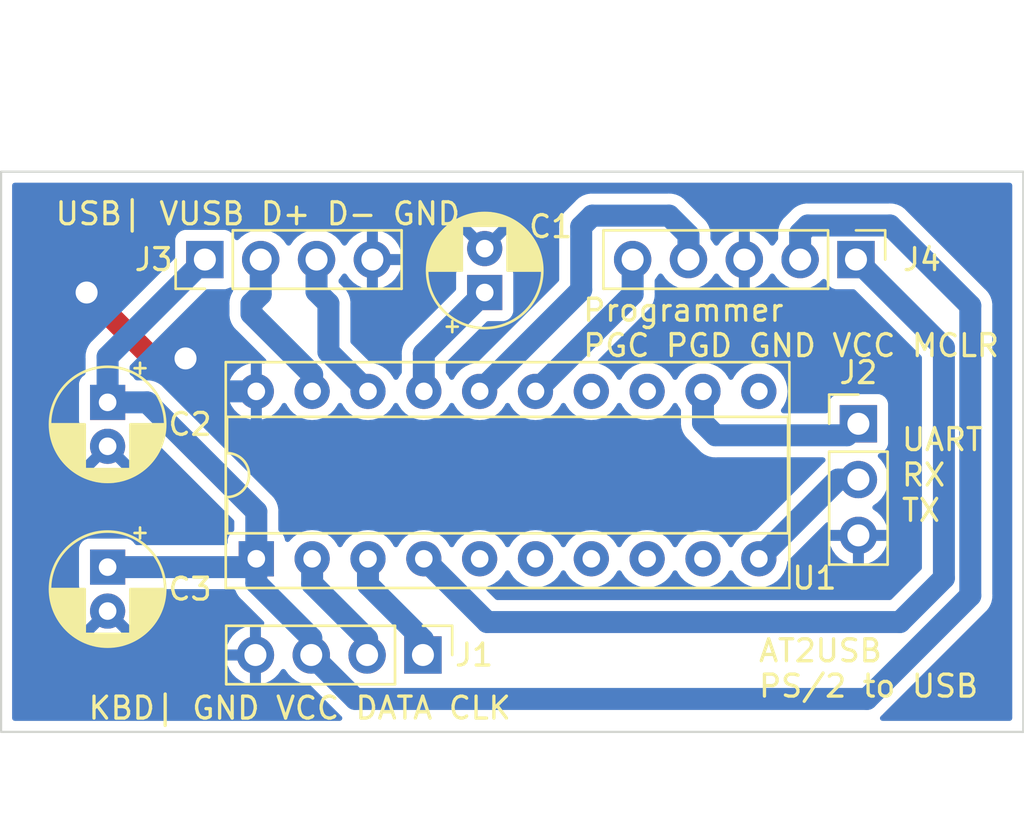
<source format=kicad_pcb>
(kicad_pcb (version 20221018) (generator pcbnew)
  (layers (0 "F.Cu" signal) (31 "B.Cu" signal) (34 "B.Paste" user) (35 "F.Paste" user) (36 "B.SilkS" user "B.Silkscreen") (37 "F.SilkS" user "F.Silkscreen") (38 "B.Mask" user) (39 "F.Mask" user) (44 "Edge.Cuts" user))
  (net 0 "")
  (net 1 "Net-(U1-Vusb3v3)")
  (net 2 "GND")
  (net 3 "+5V")
  (net 4 "/KBD_CLK")
  (net 5 "/KBD_DATA")
  (net 6 "/UART_RX")
  (net 7 "/UART_TX")
  (net 8 "/{slash}MCLR")
  (net 9 "/PGD")
  (net 10 "/PGC")
  (net 11 "/D+")
  (net 12 "/D-")
  (footprint "Connector_PinHeader_2.54mm:PinHeader_1x04_P2.54mm_Vertical" (layer "F.Cu") (at 122.69 63 -90)
    (fp_text reference "J1" (at 0 -2.33 -180) (layer "F.SilkS"))
    (fp_text value "AT (PS/2) keyboard")
    (fp_line (start -1.33 -1.33) (end 0 -1.33) (stroke (width 0.12)) (layer "F.SilkS"))
    (fp_line (start -1.33 0) (end -1.33 -1.33) (stroke (width 0.12)) (layer "F.SilkS"))
    (fp_line (start -1.33 1.27) (end -1.33 8.95) (stroke (width 0.12)) (layer "F.SilkS"))
    (fp_line (start -1.33 1.27) (end 1.33 1.27) (stroke (width 0.12)) (layer "F.SilkS"))
    (fp_line (start -1.33 8.95) (end 1.33 8.95) (stroke (width 0.12)) (layer "F.SilkS"))
    (fp_line (start 1.33 1.27) (end 1.33 8.95) (stroke (width 0.12)) (layer "F.SilkS"))
    (pad "1" thru_hole rect (at 0 0 270) (size 1.7 1.7) (drill 1) (layers "*.Cu" "*.Mask") (net 4 "/KBD_CLK"))
    (pad "2" thru_hole oval (at 0 2.54 270) (size 1.7 1.7) (drill 1) (layers "*.Cu" "*.Mask") (net 5 "/KBD_DATA"))
    (pad "3" thru_hole oval (at 0 5.08 270) (size 1.7 1.7) (drill 1) (layers "*.Cu" "*.Mask") (net 3 "+5V"))
    (pad "4" thru_hole oval (at 0 7.62 270) (size 1.7 1.7) (drill 1) (layers "*.Cu" "*.Mask") (net 2 "GND"))
  )
  (footprint "Capacitor_THT:CP_Radial_D5.0mm_P2.00mm" (layer "F.Cu") (at 108.345112 59 -90)
    (fp_text reference "C3" (at 1 -3.75 -180) (layer "F.SilkS"))
    (fp_text value "0.1uF 50V")
    (fp_line (start -1.804775 -1.475) (end -1.304775 -1.475) (stroke (width 0.12)) (layer "F.SilkS"))
    (fp_line (start -1.554775 -1.725) (end -1.554775 -1.225) (stroke (width 0.12)) (layer "F.SilkS"))
    (fp_line (start 1 -2.58) (end 1 -1.04) (stroke (width 0.12)) (layer "F.SilkS"))
    (fp_line (start 1 1.04) (end 1 2.58) (stroke (width 0.12)) (layer "F.SilkS"))
    (fp_line (start 1.04 -2.58) (end 1.04 -1.04) (stroke (width 0.12)) (layer "F.SilkS"))
    (fp_line (start 1.04 1.04) (end 1.04 2.58) (stroke (width 0.12)) (layer "F.SilkS"))
    (fp_line (start 1.08 -2.579) (end 1.08 -1.04) (stroke (width 0.12)) (layer "F.SilkS"))
    (fp_line (start 1.08 1.04) (end 1.08 2.579) (stroke (width 0.12)) (layer "F.SilkS"))
    (fp_line (start 1.12 -2.578) (end 1.12 -1.04) (stroke (width 0.12)) (layer "F.SilkS"))
    (fp_line (start 1.12 1.04) (end 1.12 2.578) (stroke (width 0.12)) (layer "F.SilkS"))
    (fp_line (start 1.16 -2.576) (end 1.16 -1.04) (stroke (width 0.12)) (layer "F.SilkS"))
    (fp_line (start 1.16 1.04) (end 1.16 2.576) (stroke (width 0.12)) (layer "F.SilkS"))
    (fp_line (start 1.2 -2.573) (end 1.2 -1.04) (stroke (width 0.12)) (layer "F.SilkS"))
    (fp_line (start 1.2 1.04) (end 1.2 2.573) (stroke (width 0.12)) (layer "F.SilkS"))
    (fp_line (start 1.24 -2.569) (end 1.24 -1.04) (stroke (width 0.12)) (layer "F.SilkS"))
    (fp_line (start 1.24 1.04) (end 1.24 2.569) (stroke (width 0.12)) (layer "F.SilkS"))
    (fp_line (start 1.28 -2.565) (end 1.28 -1.04) (stroke (width 0.12)) (layer "F.SilkS"))
    (fp_line (start 1.28 1.04) (end 1.28 2.565) (stroke (width 0.12)) (layer "F.SilkS"))
    (fp_line (start 1.32 -2.561) (end 1.32 -1.04) (stroke (width 0.12)) (layer "F.SilkS"))
    (fp_line (start 1.32 1.04) (end 1.32 2.561) (stroke (width 0.12)) (layer "F.SilkS"))
    (fp_line (start 1.36 -2.556) (end 1.36 -1.04) (stroke (width 0.12)) (layer "F.SilkS"))
    (fp_line (start 1.36 1.04) (end 1.36 2.556) (stroke (width 0.12)) (layer "F.SilkS"))
    (fp_line (start 1.4 -2.55) (end 1.4 -1.04) (stroke (width 0.12)) (layer "F.SilkS"))
    (fp_line (start 1.4 1.04) (end 1.4 2.55) (stroke (width 0.12)) (layer "F.SilkS"))
    (fp_line (start 1.44 -2.543) (end 1.44 -1.04) (stroke (width 0.12)) (layer "F.SilkS"))
    (fp_line (start 1.44 1.04) (end 1.44 2.543) (stroke (width 0.12)) (layer "F.SilkS"))
    (fp_line (start 1.48 -2.536) (end 1.48 -1.04) (stroke (width 0.12)) (layer "F.SilkS"))
    (fp_line (start 1.48 1.04) (end 1.48 2.536) (stroke (width 0.12)) (layer "F.SilkS"))
    (fp_line (start 1.52 -2.528) (end 1.52 -1.04) (stroke (width 0.12)) (layer "F.SilkS"))
    (fp_line (start 1.52 1.04) (end 1.52 2.528) (stroke (width 0.12)) (layer "F.SilkS"))
    (fp_line (start 1.56 -2.52) (end 1.56 -1.04) (stroke (width 0.12)) (layer "F.SilkS"))
    (fp_line (start 1.56 1.04) (end 1.56 2.52) (stroke (width 0.12)) (layer "F.SilkS"))
    (fp_line (start 1.6 -2.511) (end 1.6 -1.04) (stroke (width 0.12)) (layer "F.SilkS"))
    (fp_line (start 1.6 1.04) (end 1.6 2.511) (stroke (width 0.12)) (layer "F.SilkS"))
    (fp_line (start 1.64 -2.501) (end 1.64 -1.04) (stroke (width 0.12)) (layer "F.SilkS"))
    (fp_line (start 1.64 1.04) (end 1.64 2.501) (stroke (width 0.12)) (layer "F.SilkS"))
    (fp_line (start 1.68 -2.491) (end 1.68 -1.04) (stroke (width 0.12)) (layer "F.SilkS"))
    (fp_line (start 1.68 1.04) (end 1.68 2.491) (stroke (width 0.12)) (layer "F.SilkS"))
    (fp_line (start 1.721 -2.48) (end 1.721 -1.04) (stroke (width 0.12)) (layer "F.SilkS"))
    (fp_line (start 1.721 1.04) (end 1.721 2.48) (stroke (width 0.12)) (layer "F.SilkS"))
    (fp_line (start 1.761 -2.468) (end 1.761 -1.04) (stroke (width 0.12)) (layer "F.SilkS"))
    (fp_line (start 1.761 1.04) (end 1.761 2.468) (stroke (width 0.12)) (layer "F.SilkS"))
    (fp_line (start 1.801 -2.455) (end 1.801 -1.04) (stroke (width 0.12)) (layer "F.SilkS"))
    (fp_line (start 1.801 1.04) (end 1.801 2.455) (stroke (width 0.12)) (layer "F.SilkS"))
    (fp_line (start 1.841 -2.442) (end 1.841 -1.04) (stroke (width 0.12)) (layer "F.SilkS"))
    (fp_line (start 1.841 1.04) (end 1.841 2.442) (stroke (width 0.12)) (layer "F.SilkS"))
    (fp_line (start 1.881 -2.428) (end 1.881 -1.04) (stroke (width 0.12)) (layer "F.SilkS"))
    (fp_line (start 1.881 1.04) (end 1.881 2.428) (stroke (width 0.12)) (layer "F.SilkS"))
    (fp_line (start 1.921 -2.414) (end 1.921 -1.04) (stroke (width 0.12)) (layer "F.SilkS"))
    (fp_line (start 1.921 1.04) (end 1.921 2.414) (stroke (width 0.12)) (layer "F.SilkS"))
    (fp_line (start 1.961 -2.398) (end 1.961 -1.04) (stroke (width 0.12)) (layer "F.SilkS"))
    (fp_line (start 1.961 1.04) (end 1.961 2.398) (stroke (width 0.12)) (layer "F.SilkS"))
    (fp_line (start 2.001 -2.382) (end 2.001 -1.04) (stroke (width 0.12)) (layer "F.SilkS"))
    (fp_line (start 2.001 1.04) (end 2.001 2.382) (stroke (width 0.12)) (layer "F.SilkS"))
    (fp_line (start 2.041 -2.365) (end 2.041 -1.04) (stroke (width 0.12)) (layer "F.SilkS"))
    (fp_line (start 2.041 1.04) (end 2.041 2.365) (stroke (width 0.12)) (layer "F.SilkS"))
    (fp_line (start 2.081 -2.348) (end 2.081 -1.04) (stroke (width 0.12)) (layer "F.SilkS"))
    (fp_line (start 2.081 1.04) (end 2.081 2.348) (stroke (width 0.12)) (layer "F.SilkS"))
    (fp_line (start 2.121 -2.329) (end 2.121 -1.04) (stroke (width 0.12)) (layer "F.SilkS"))
    (fp_line (start 2.121 1.04) (end 2.121 2.329) (stroke (width 0.12)) (layer "F.SilkS"))
    (fp_line (start 2.161 -2.31) (end 2.161 -1.04) (stroke (width 0.12)) (layer "F.SilkS"))
    (fp_line (start 2.161 1.04) (end 2.161 2.31) (stroke (width 0.12)) (layer "F.SilkS"))
    (fp_line (start 2.201 -2.29) (end 2.201 -1.04) (stroke (width 0.12)) (layer "F.SilkS"))
    (fp_line (start 2.201 1.04) (end 2.201 2.29) (stroke (width 0.12)) (layer "F.SilkS"))
    (fp_line (start 2.241 -2.268) (end 2.241 -1.04) (stroke (width 0.12)) (layer "F.SilkS"))
    (fp_line (start 2.241 1.04) (end 2.241 2.268) (stroke (width 0.12)) (layer "F.SilkS"))
    (fp_line (start 2.281 -2.247) (end 2.281 -1.04) (stroke (width 0.12)) (layer "F.SilkS"))
    (fp_line (start 2.281 1.04) (end 2.281 2.247) (stroke (width 0.12)) (layer "F.SilkS"))
    (fp_line (start 2.321 -2.224) (end 2.321 -1.04) (stroke (width 0.12)) (layer "F.SilkS"))
    (fp_line (start 2.321 1.04) (end 2.321 2.224) (stroke (width 0.12)) (layer "F.SilkS"))
    (fp_line (start 2.361 -2.2) (end 2.361 -1.04) (stroke (width 0.12)) (layer "F.SilkS"))
    (fp_line (start 2.361 1.04) (end 2.361 2.2) (stroke (width 0.12)) (layer "F.SilkS"))
    (fp_line (start 2.401 -2.175) (end 2.401 -1.04) (stroke (width 0.12)) (layer "F.SilkS"))
    (fp_line (start 2.401 1.04) (end 2.401 2.175) (stroke (width 0.12)) (layer "F.SilkS"))
    (fp_line (start 2.441 -2.149) (end 2.441 -1.04) (stroke (width 0.12)) (layer "F.SilkS"))
    (fp_line (start 2.441 1.04) (end 2.441 2.149) (stroke (width 0.12)) (layer "F.SilkS"))
    (fp_line (start 2.481 -2.122) (end 2.481 -1.04) (stroke (width 0.12)) (layer "F.SilkS"))
    (fp_line (start 2.481 1.04) (end 2.481 2.122) (stroke (width 0.12)) (layer "F.SilkS"))
    (fp_line (start 2.521 -2.095) (end 2.521 -1.04) (stroke (width 0.12)) (layer "F.SilkS"))
    (fp_line (start 2.521 1.04) (end 2.521 2.095) (stroke (width 0.12)) (layer "F.SilkS"))
    (fp_line (start 2.561 -2.065) (end 2.561 -1.04) (stroke (width 0.12)) (layer "F.SilkS"))
    (fp_line (start 2.561 1.04) (end 2.561 2.065) (stroke (width 0.12)) (layer "F.SilkS"))
    (fp_line (start 2.601 -2.035) (end 2.601 -1.04) (stroke (width 0.12)) (layer "F.SilkS"))
    (fp_line (start 2.601 1.04) (end 2.601 2.035) (stroke (width 0.12)) (layer "F.SilkS"))
    (fp_line (start 2.641 -2.004) (end 2.641 -1.04) (stroke (width 0.12)) (layer "F.SilkS"))
    (fp_line (start 2.641 1.04) (end 2.641 2.004) (stroke (width 0.12)) (layer "F.SilkS"))
    (fp_line (start 2.681 -1.971) (end 2.681 -1.04) (stroke (width 0.12)) (layer "F.SilkS"))
    (fp_line (start 2.681 1.04) (end 2.681 1.971) (stroke (width 0.12)) (layer "F.SilkS"))
    (fp_line (start 2.721 -1.937) (end 2.721 -1.04) (stroke (width 0.12)) (layer "F.SilkS"))
    (fp_line (start 2.721 1.04) (end 2.721 1.937) (stroke (width 0.12)) (layer "F.SilkS"))
    (fp_line (start 2.761 -1.901) (end 2.761 -1.04) (stroke (width 0.12)) (layer "F.SilkS"))
    (fp_line (start 2.761 1.04) (end 2.761 1.901) (stroke (width 0.12)) (layer "F.SilkS"))
    (fp_line (start 2.801 -1.864) (end 2.801 -1.04) (stroke (width 0.12)) (layer "F.SilkS"))
    (fp_line (start 2.801 1.04) (end 2.801 1.864) (stroke (width 0.12)) (layer "F.SilkS"))
    (fp_line (start 2.841 -1.826) (end 2.841 -1.04) (stroke (width 0.12)) (layer "F.SilkS"))
    (fp_line (start 2.841 1.04) (end 2.841 1.826) (stroke (width 0.12)) (layer "F.SilkS"))
    (fp_line (start 2.881 -1.785) (end 2.881 -1.04) (stroke (width 0.12)) (layer "F.SilkS"))
    (fp_line (start 2.881 1.04) (end 2.881 1.785) (stroke (width 0.12)) (layer "F.SilkS"))
    (fp_line (start 2.921 -1.743) (end 2.921 -1.04) (stroke (width 0.12)) (layer "F.SilkS"))
    (fp_line (start 2.921 1.04) (end 2.921 1.743) (stroke (width 0.12)) (layer "F.SilkS"))
    (fp_line (start 2.961 -1.699) (end 2.961 -1.04) (stroke (width 0.12)) (layer "F.SilkS"))
    (fp_line (start 2.961 1.04) (end 2.961 1.699) (stroke (width 0.12)) (layer "F.SilkS"))
    (fp_line (start 3.001 -1.653) (end 3.001 -1.04) (stroke (width 0.12)) (layer "F.SilkS"))
    (fp_line (start 3.001 1.04) (end 3.001 1.653) (stroke (width 0.12)) (layer "F.SilkS"))
    (fp_line (start 3.041 -1.605) (end 3.041 1.605) (stroke (width 0.12)) (layer "F.SilkS"))
    (fp_line (start 3.081 -1.554) (end 3.081 1.554) (stroke (width 0.12)) (layer "F.SilkS"))
    (fp_line (start 3.121 -1.5) (end 3.121 1.5) (stroke (width 0.12)) (layer "F.SilkS"))
    (fp_line (start 3.161 -1.443) (end 3.161 1.443) (stroke (width 0.12)) (layer "F.SilkS"))
    (fp_line (start 3.201 -1.383) (end 3.201 1.383) (stroke (width 0.12)) (layer "F.SilkS"))
    (fp_line (start 3.241 -1.319) (end 3.241 1.319) (stroke (width 0.12)) (layer "F.SilkS"))
    (fp_line (start 3.281 -1.251) (end 3.281 1.251) (stroke (width 0.12)) (layer "F.SilkS"))
    (fp_line (start 3.321 -1.178) (end 3.321 1.178) (stroke (width 0.12)) (layer "F.SilkS"))
    (fp_line (start 3.361 -1.098) (end 3.361 1.098) (stroke (width 0.12)) (layer "F.SilkS"))
    (fp_line (start 3.401 -1.011) (end 3.401 1.011) (stroke (width 0.12)) (layer "F.SilkS"))
    (fp_line (start 3.441 -0.915) (end 3.441 0.915) (stroke (width 0.12)) (layer "F.SilkS"))
    (fp_line (start 3.481 -0.805) (end 3.481 0.805) (stroke (width 0.12)) (layer "F.SilkS"))
    (fp_line (start 3.521 -0.677) (end 3.521 0.677) (stroke (width 0.12)) (layer "F.SilkS"))
    (fp_line (start 3.561 -0.518) (end 3.561 0.518) (stroke (width 0.12)) (layer "F.SilkS"))
    (fp_line (start 3.601 -0.284) (end 3.601 0.284) (stroke (width 0.12)) (layer "F.SilkS"))
    (fp_circle (center 1 0) (end 3.62 0) (stroke (width 0.12)) (fill none) (layer "F.SilkS"))
    (pad "1" thru_hole rect (at 0 0 270) (size 1.6 1.6) (drill 0.8) (layers "*.Cu" "*.Mask") (net 3 "+5V"))
    (pad "2" thru_hole circle (at 2 0 270) (size 1.6 1.6) (drill 0.8) (layers "*.Cu" "*.Mask") (net 2 "GND"))
  )
  (footprint "Connector_PinHeader_2.54mm:PinHeader_1x04_P2.54mm_Vertical" (layer "F.Cu") (at 112.77 45 90)
    (fp_text reference "J3" (at 0 -2.33 180) (layer "F.SilkS"))
    (fp_text value "USB connector breakout board")
    (fp_line (start -1.33 -1.33) (end 0 -1.33) (stroke (width 0.12)) (layer "F.SilkS"))
    (fp_line (start -1.33 0) (end -1.33 -1.33) (stroke (width 0.12)) (layer "F.SilkS"))
    (fp_line (start -1.33 1.27) (end -1.33 8.95) (stroke (width 0.12)) (layer "F.SilkS"))
    (fp_line (start -1.33 1.27) (end 1.33 1.27) (stroke (width 0.12)) (layer "F.SilkS"))
    (fp_line (start -1.33 8.95) (end 1.33 8.95) (stroke (width 0.12)) (layer "F.SilkS"))
    (fp_line (start 1.33 1.27) (end 1.33 8.95) (stroke (width 0.12)) (layer "F.SilkS"))
    (pad "1" thru_hole rect (at 0 0 90) (size 1.7 1.7) (drill 1) (layers "*.Cu" "*.Mask") (net 3 "+5V"))
    (pad "2" thru_hole oval (at 0 2.54 90) (size 1.7 1.7) (drill 1) (layers "*.Cu" "*.Mask") (net 11 "/D+"))
    (pad "3" thru_hole oval (at 0 5.08 90) (size 1.7 1.7) (drill 1) (layers "*.Cu" "*.Mask") (net 12 "/D-"))
    (pad "4" thru_hole oval (at 0 7.62 90) (size 1.7 1.7) (drill 1) (layers "*.Cu" "*.Mask") (net 2 "GND"))
  )
  (footprint "Connector_PinHeader_2.54mm:PinHeader_1x03_P2.54mm_Vertical" (layer "F.Cu") (at 142.5 52.475)
    (fp_text reference "J2" (at 0 -2.33) (layer "F.SilkS"))
    (fp_text value "UART")
    (fp_line (start -1.33 -1.33) (end 0 -1.33) (stroke (width 0.12)) (layer "F.SilkS"))
    (fp_line (start -1.33 0) (end -1.33 -1.33) (stroke (width 0.12)) (layer "F.SilkS"))
    (fp_line (start -1.33 1.27) (end -1.33 6.41) (stroke (width 0.12)) (layer "F.SilkS"))
    (fp_line (start -1.33 1.27) (end 1.33 1.27) (stroke (width 0.12)) (layer "F.SilkS"))
    (fp_line (start -1.33 6.41) (end 1.33 6.41) (stroke (width 0.12)) (layer "F.SilkS"))
    (fp_line (start 1.33 1.27) (end 1.33 6.41) (stroke (width 0.12)) (layer "F.SilkS"))
    (pad "1" thru_hole rect (at 0 0) (size 1.7 1.7) (drill 1) (layers "*.Cu" "*.Mask") (net 6 "/UART_RX"))
    (pad "2" thru_hole oval (at 0 2.54) (size 1.7 1.7) (drill 1) (layers "*.Cu" "*.Mask") (net 7 "/UART_TX"))
    (pad "3" thru_hole oval (at 0 5.08) (size 1.7 1.7) (drill 1) (layers "*.Cu" "*.Mask") (net 2 "GND"))
  )
  (footprint "Capacitor_THT:CP_Radial_D5.0mm_P2.00mm" (layer "F.Cu") (at 125.5 46.5 90)
    (fp_text reference "C1" (at 3 3 180) (layer "F.SilkS"))
    (fp_text value "0.47uF 50V")
    (fp_line (start -1.804775 -1.475) (end -1.304775 -1.475) (stroke (width 0.12)) (layer "F.SilkS"))
    (fp_line (start -1.554775 -1.725) (end -1.554775 -1.225) (stroke (width 0.12)) (layer "F.SilkS"))
    (fp_line (start 1 -2.58) (end 1 -1.04) (stroke (width 0.12)) (layer "F.SilkS"))
    (fp_line (start 1 1.04) (end 1 2.58) (stroke (width 0.12)) (layer "F.SilkS"))
    (fp_line (start 1.04 -2.58) (end 1.04 -1.04) (stroke (width 0.12)) (layer "F.SilkS"))
    (fp_line (start 1.04 1.04) (end 1.04 2.58) (stroke (width 0.12)) (layer "F.SilkS"))
    (fp_line (start 1.08 -2.579) (end 1.08 -1.04) (stroke (width 0.12)) (layer "F.SilkS"))
    (fp_line (start 1.08 1.04) (end 1.08 2.579) (stroke (width 0.12)) (layer "F.SilkS"))
    (fp_line (start 1.12 -2.578) (end 1.12 -1.04) (stroke (width 0.12)) (layer "F.SilkS"))
    (fp_line (start 1.12 1.04) (end 1.12 2.578) (stroke (width 0.12)) (layer "F.SilkS"))
    (fp_line (start 1.16 -2.576) (end 1.16 -1.04) (stroke (width 0.12)) (layer "F.SilkS"))
    (fp_line (start 1.16 1.04) (end 1.16 2.576) (stroke (width 0.12)) (layer "F.SilkS"))
    (fp_line (start 1.2 -2.573) (end 1.2 -1.04) (stroke (width 0.12)) (layer "F.SilkS"))
    (fp_line (start 1.2 1.04) (end 1.2 2.573) (stroke (width 0.12)) (layer "F.SilkS"))
    (fp_line (start 1.24 -2.569) (end 1.24 -1.04) (stroke (width 0.12)) (layer "F.SilkS"))
    (fp_line (start 1.24 1.04) (end 1.24 2.569) (stroke (width 0.12)) (layer "F.SilkS"))
    (fp_line (start 1.28 -2.565) (end 1.28 -1.04) (stroke (width 0.12)) (layer "F.SilkS"))
    (fp_line (start 1.28 1.04) (end 1.28 2.565) (stroke (width 0.12)) (layer "F.SilkS"))
    (fp_line (start 1.32 -2.561) (end 1.32 -1.04) (stroke (width 0.12)) (layer "F.SilkS"))
    (fp_line (start 1.32 1.04) (end 1.32 2.561) (stroke (width 0.12)) (layer "F.SilkS"))
    (fp_line (start 1.36 -2.556) (end 1.36 -1.04) (stroke (width 0.12)) (layer "F.SilkS"))
    (fp_line (start 1.36 1.04) (end 1.36 2.556) (stroke (width 0.12)) (layer "F.SilkS"))
    (fp_line (start 1.4 -2.55) (end 1.4 -1.04) (stroke (width 0.12)) (layer "F.SilkS"))
    (fp_line (start 1.4 1.04) (end 1.4 2.55) (stroke (width 0.12)) (layer "F.SilkS"))
    (fp_line (start 1.44 -2.543) (end 1.44 -1.04) (stroke (width 0.12)) (layer "F.SilkS"))
    (fp_line (start 1.44 1.04) (end 1.44 2.543) (stroke (width 0.12)) (layer "F.SilkS"))
    (fp_line (start 1.48 -2.536) (end 1.48 -1.04) (stroke (width 0.12)) (layer "F.SilkS"))
    (fp_line (start 1.48 1.04) (end 1.48 2.536) (stroke (width 0.12)) (layer "F.SilkS"))
    (fp_line (start 1.52 -2.528) (end 1.52 -1.04) (stroke (width 0.12)) (layer "F.SilkS"))
    (fp_line (start 1.52 1.04) (end 1.52 2.528) (stroke (width 0.12)) (layer "F.SilkS"))
    (fp_line (start 1.56 -2.52) (end 1.56 -1.04) (stroke (width 0.12)) (layer "F.SilkS"))
    (fp_line (start 1.56 1.04) (end 1.56 2.52) (stroke (width 0.12)) (layer "F.SilkS"))
    (fp_line (start 1.6 -2.511) (end 1.6 -1.04) (stroke (width 0.12)) (layer "F.SilkS"))
    (fp_line (start 1.6 1.04) (end 1.6 2.511) (stroke (width 0.12)) (layer "F.SilkS"))
    (fp_line (start 1.64 -2.501) (end 1.64 -1.04) (stroke (width 0.12)) (layer "F.SilkS"))
    (fp_line (start 1.64 1.04) (end 1.64 2.501) (stroke (width 0.12)) (layer "F.SilkS"))
    (fp_line (start 1.68 -2.491) (end 1.68 -1.04) (stroke (width 0.12)) (layer "F.SilkS"))
    (fp_line (start 1.68 1.04) (end 1.68 2.491) (stroke (width 0.12)) (layer "F.SilkS"))
    (fp_line (start 1.721 -2.48) (end 1.721 -1.04) (stroke (width 0.12)) (layer "F.SilkS"))
    (fp_line (start 1.721 1.04) (end 1.721 2.48) (stroke (width 0.12)) (layer "F.SilkS"))
    (fp_line (start 1.761 -2.468) (end 1.761 -1.04) (stroke (width 0.12)) (layer "F.SilkS"))
    (fp_line (start 1.761 1.04) (end 1.761 2.468) (stroke (width 0.12)) (layer "F.SilkS"))
    (fp_line (start 1.801 -2.455) (end 1.801 -1.04) (stroke (width 0.12)) (layer "F.SilkS"))
    (fp_line (start 1.801 1.04) (end 1.801 2.455) (stroke (width 0.12)) (layer "F.SilkS"))
    (fp_line (start 1.841 -2.442) (end 1.841 -1.04) (stroke (width 0.12)) (layer "F.SilkS"))
    (fp_line (start 1.841 1.04) (end 1.841 2.442) (stroke (width 0.12)) (layer "F.SilkS"))
    (fp_line (start 1.881 -2.428) (end 1.881 -1.04) (stroke (width 0.12)) (layer "F.SilkS"))
    (fp_line (start 1.881 1.04) (end 1.881 2.428) (stroke (width 0.12)) (layer "F.SilkS"))
    (fp_line (start 1.921 -2.414) (end 1.921 -1.04) (stroke (width 0.12)) (layer "F.SilkS"))
    (fp_line (start 1.921 1.04) (end 1.921 2.414) (stroke (width 0.12)) (layer "F.SilkS"))
    (fp_line (start 1.961 -2.398) (end 1.961 -1.04) (stroke (width 0.12)) (layer "F.SilkS"))
    (fp_line (start 1.961 1.04) (end 1.961 2.398) (stroke (width 0.12)) (layer "F.SilkS"))
    (fp_line (start 2.001 -2.382) (end 2.001 -1.04) (stroke (width 0.12)) (layer "F.SilkS"))
    (fp_line (start 2.001 1.04) (end 2.001 2.382) (stroke (width 0.12)) (layer "F.SilkS"))
    (fp_line (start 2.041 -2.365) (end 2.041 -1.04) (stroke (width 0.12)) (layer "F.SilkS"))
    (fp_line (start 2.041 1.04) (end 2.041 2.365) (stroke (width 0.12)) (layer "F.SilkS"))
    (fp_line (start 2.081 -2.348) (end 2.081 -1.04) (stroke (width 0.12)) (layer "F.SilkS"))
    (fp_line (start 2.081 1.04) (end 2.081 2.348) (stroke (width 0.12)) (layer "F.SilkS"))
    (fp_line (start 2.121 -2.329) (end 2.121 -1.04) (stroke (width 0.12)) (layer "F.SilkS"))
    (fp_line (start 2.121 1.04) (end 2.121 2.329) (stroke (width 0.12)) (layer "F.SilkS"))
    (fp_line (start 2.161 -2.31) (end 2.161 -1.04) (stroke (width 0.12)) (layer "F.SilkS"))
    (fp_line (start 2.161 1.04) (end 2.161 2.31) (stroke (width 0.12)) (layer "F.SilkS"))
    (fp_line (start 2.201 -2.29) (end 2.201 -1.04) (stroke (width 0.12)) (layer "F.SilkS"))
    (fp_line (start 2.201 1.04) (end 2.201 2.29) (stroke (width 0.12)) (layer "F.SilkS"))
    (fp_line (start 2.241 -2.268) (end 2.241 -1.04) (stroke (width 0.12)) (layer "F.SilkS"))
    (fp_line (start 2.241 1.04) (end 2.241 2.268) (stroke (width 0.12)) (layer "F.SilkS"))
    (fp_line (start 2.281 -2.247) (end 2.281 -1.04) (stroke (width 0.12)) (layer "F.SilkS"))
    (fp_line (start 2.281 1.04) (end 2.281 2.247) (stroke (width 0.12)) (layer "F.SilkS"))
    (fp_line (start 2.321 -2.224) (end 2.321 -1.04) (stroke (width 0.12)) (layer "F.SilkS"))
    (fp_line (start 2.321 1.04) (end 2.321 2.224) (stroke (width 0.12)) (layer "F.SilkS"))
    (fp_line (start 2.361 -2.2) (end 2.361 -1.04) (stroke (width 0.12)) (layer "F.SilkS"))
    (fp_line (start 2.361 1.04) (end 2.361 2.2) (stroke (width 0.12)) (layer "F.SilkS"))
    (fp_line (start 2.401 -2.175) (end 2.401 -1.04) (stroke (width 0.12)) (layer "F.SilkS"))
    (fp_line (start 2.401 1.04) (end 2.401 2.175) (stroke (width 0.12)) (layer "F.SilkS"))
    (fp_line (start 2.441 -2.149) (end 2.441 -1.04) (stroke (width 0.12)) (layer "F.SilkS"))
    (fp_line (start 2.441 1.04) (end 2.441 2.149) (stroke (width 0.12)) (layer "F.SilkS"))
    (fp_line (start 2.481 -2.122) (end 2.481 -1.04) (stroke (width 0.12)) (layer "F.SilkS"))
    (fp_line (start 2.481 1.04) (end 2.481 2.122) (stroke (width 0.12)) (layer "F.SilkS"))
    (fp_line (start 2.521 -2.095) (end 2.521 -1.04) (stroke (width 0.12)) (layer "F.SilkS"))
    (fp_line (start 2.521 1.04) (end 2.521 2.095) (stroke (width 0.12)) (layer "F.SilkS"))
    (fp_line (start 2.561 -2.065) (end 2.561 -1.04) (stroke (width 0.12)) (layer "F.SilkS"))
    (fp_line (start 2.561 1.04) (end 2.561 2.065) (stroke (width 0.12)) (layer "F.SilkS"))
    (fp_line (start 2.601 -2.035) (end 2.601 -1.04) (stroke (width 0.12)) (layer "F.SilkS"))
    (fp_line (start 2.601 1.04) (end 2.601 2.035) (stroke (width 0.12)) (layer "F.SilkS"))
    (fp_line (start 2.641 -2.004) (end 2.641 -1.04) (stroke (width 0.12)) (layer "F.SilkS"))
    (fp_line (start 2.641 1.04) (end 2.641 2.004) (stroke (width 0.12)) (layer "F.SilkS"))
    (fp_line (start 2.681 -1.971) (end 2.681 -1.04) (stroke (width 0.12)) (layer "F.SilkS"))
    (fp_line (start 2.681 1.04) (end 2.681 1.971) (stroke (width 0.12)) (layer "F.SilkS"))
    (fp_line (start 2.721 -1.937) (end 2.721 -1.04) (stroke (width 0.12)) (layer "F.SilkS"))
    (fp_line (start 2.721 1.04) (end 2.721 1.937) (stroke (width 0.12)) (layer "F.SilkS"))
    (fp_line (start 2.761 -1.901) (end 2.761 -1.04) (stroke (width 0.12)) (layer "F.SilkS"))
    (fp_line (start 2.761 1.04) (end 2.761 1.901) (stroke (width 0.12)) (layer "F.SilkS"))
    (fp_line (start 2.801 -1.864) (end 2.801 -1.04) (stroke (width 0.12)) (layer "F.SilkS"))
    (fp_line (start 2.801 1.04) (end 2.801 1.864) (stroke (width 0.12)) (layer "F.SilkS"))
    (fp_line (start 2.841 -1.826) (end 2.841 -1.04) (stroke (width 0.12)) (layer "F.SilkS"))
    (fp_line (start 2.841 1.04) (end 2.841 1.826) (stroke (width 0.12)) (layer "F.SilkS"))
    (fp_line (start 2.881 -1.785) (end 2.881 -1.04) (stroke (width 0.12)) (layer "F.SilkS"))
    (fp_line (start 2.881 1.04) (end 2.881 1.785) (stroke (width 0.12)) (layer "F.SilkS"))
    (fp_line (start 2.921 -1.743) (end 2.921 -1.04) (stroke (width 0.12)) (layer "F.SilkS"))
    (fp_line (start 2.921 1.04) (end 2.921 1.743) (stroke (width 0.12)) (layer "F.SilkS"))
    (fp_line (start 2.961 -1.699) (end 2.961 -1.04) (stroke (width 0.12)) (layer "F.SilkS"))
    (fp_line (start 2.961 1.04) (end 2.961 1.699) (stroke (width 0.12)) (layer "F.SilkS"))
    (fp_line (start 3.001 -1.653) (end 3.001 -1.04) (stroke (width 0.12)) (layer "F.SilkS"))
    (fp_line (start 3.001 1.04) (end 3.001 1.653) (stroke (width 0.12)) (layer "F.SilkS"))
    (fp_line (start 3.041 -1.605) (end 3.041 1.605) (stroke (width 0.12)) (layer "F.SilkS"))
    (fp_line (start 3.081 -1.554) (end 3.081 1.554) (stroke (width 0.12)) (layer "F.SilkS"))
    (fp_line (start 3.121 -1.5) (end 3.121 1.5) (stroke (width 0.12)) (layer "F.SilkS"))
    (fp_line (start 3.161 -1.443) (end 3.161 1.443) (stroke (width 0.12)) (layer "F.SilkS"))
    (fp_line (start 3.201 -1.383) (end 3.201 1.383) (stroke (width 0.12)) (layer "F.SilkS"))
    (fp_line (start 3.241 -1.319) (end 3.241 1.319) (stroke (width 0.12)) (layer "F.SilkS"))
    (fp_line (start 3.281 -1.251) (end 3.281 1.251) (stroke (width 0.12)) (layer "F.SilkS"))
    (fp_line (start 3.321 -1.178) (end 3.321 1.178) (stroke (width 0.12)) (layer "F.SilkS"))
    (fp_line (start 3.361 -1.098) (end 3.361 1.098) (stroke (width 0.12)) (layer "F.SilkS"))
    (fp_line (start 3.401 -1.011) (end 3.401 1.011) (stroke (width 0.12)) (layer "F.SilkS"))
    (fp_line (start 3.441 -0.915) (end 3.441 0.915) (stroke (width 0.12)) (layer "F.SilkS"))
    (fp_line (start 3.481 -0.805) (end 3.481 0.805) (stroke (width 0.12)) (layer "F.SilkS"))
    (fp_line (start 3.521 -0.677) (end 3.521 0.677) (stroke (width 0.12)) (layer "F.SilkS"))
    (fp_line (start 3.561 -0.518) (end 3.561 0.518) (stroke (width 0.12)) (layer "F.SilkS"))
    (fp_line (start 3.601 -0.284) (end 3.601 0.284) (stroke (width 0.12)) (layer "F.SilkS"))
    (fp_circle (center 1 0) (end 3.62 0) (stroke (width 0.12)) (fill none) (layer "F.SilkS"))
    (pad "1" thru_hole rect (at 0 0 90) (size 1.6 1.6) (drill 0.8) (layers "*.Cu" "*.Mask") (net 1 "Net-(U1-Vusb3v3)"))
    (pad "2" thru_hole circle (at 2 0 90) (size 1.6 1.6) (drill 0.8) (layers "*.Cu" "*.Mask") (net 2 "GND"))
  )
  (footprint "Connector_PinHeader_2.54mm:PinHeader_1x05_P2.54mm_Vertical" (layer "F.Cu") (at 142.39 45 -90)
    (fp_text reference "J4" (at 0 -3 -180) (layer "F.SilkS"))
    (fp_text value "Programmer")
    (fp_line (start -1.33 -1.33) (end 0 -1.33) (stroke (width 0.12)) (layer "F.SilkS"))
    (fp_line (start -1.33 0) (end -1.33 -1.33) (stroke (width 0.12)) (layer "F.SilkS"))
    (fp_line (start -1.33 1.27) (end -1.33 11.49) (stroke (width 0.12)) (layer "F.SilkS"))
    (fp_line (start -1.33 1.27) (end 1.33 1.27) (stroke (width 0.12)) (layer "F.SilkS"))
    (fp_line (start -1.33 11.49) (end 1.33 11.49) (stroke (width 0.12)) (layer "F.SilkS"))
    (fp_line (start 1.33 1.27) (end 1.33 11.49) (stroke (width 0.12)) (layer "F.SilkS"))
    (pad "1" thru_hole rect (at 0 0 270) (size 1.7 1.7) (drill 1) (layers "*.Cu" "*.Mask") (net 8 "/{slash}MCLR"))
    (pad "2" thru_hole oval (at 0 2.54 270) (size 1.7 1.7) (drill 1) (layers "*.Cu" "*.Mask") (net 3 "+5V"))
    (pad "3" thru_hole oval (at 0 5.08 270) (size 1.7 1.7) (drill 1) (layers "*.Cu" "*.Mask") (net 2 "GND"))
    (pad "4" thru_hole oval (at 0 7.62 270) (size 1.7 1.7) (drill 1) (layers "*.Cu" "*.Mask") (net 9 "/PGD"))
    (pad "5" thru_hole oval (at 0 10.16 270) (size 1.7 1.7) (drill 1) (layers "*.Cu" "*.Mask") (net 10 "/PGC"))
  )
  (footprint "Package_DIP:DIP-20_W7.62mm_Socket" (layer "F.Cu") (at 115.11 58.62 90)
    (fp_text reference "U1" (at -0.88 25.39 180) (layer "F.SilkS"))
    (fp_text value "PIC16F1459-IP")
    (fp_line (start -1.33 -1.39) (end -1.33 24.25) (stroke (width 0.12)) (layer "F.SilkS"))
    (fp_line (start -1.33 24.25) (end 8.95 24.25) (stroke (width 0.12)) (layer "F.SilkS"))
    (fp_line (start 1.16 -1.33) (end 1.16 24.19) (stroke (width 0.12)) (layer "F.SilkS"))
    (fp_line (start 1.16 24.19) (end 6.46 24.19) (stroke (width 0.12)) (layer "F.SilkS"))
    (fp_line (start 2.81 -1.33) (end 1.16 -1.33) (stroke (width 0.12)) (layer "F.SilkS"))
    (fp_line (start 6.46 -1.33) (end 4.81 -1.33) (stroke (width 0.12)) (layer "F.SilkS"))
    (fp_line (start 6.46 24.19) (end 6.46 -1.33) (stroke (width 0.12)) (layer "F.SilkS"))
    (fp_line (start 8.95 -1.39) (end -1.33 -1.39) (stroke (width 0.12)) (layer "F.SilkS"))
    (fp_line (start 8.95 24.25) (end 8.95 -1.39) (stroke (width 0.12)) (layer "F.SilkS"))
    (fp_arc (start 4.81 -1.33) (mid 3.81 -0.33) (end 2.81 -1.33) (stroke (width 0.12)) (layer "F.SilkS"))
    (pad "1" thru_hole rect (at 0 0 90) (size 1.6 1.6) (drill 0.8) (layers "*.Cu" "*.Mask") (net 3 "+5V"))
    (pad "2" thru_hole oval (at 0 2.54 90) (size 1.6 1.6) (drill 0.8) (layers "*.Cu" "*.Mask") (net 5 "/KBD_DATA"))
    (pad "3" thru_hole oval (at 0 5.08 90) (size 1.6 1.6) (drill 0.8) (layers "*.Cu" "*.Mask") (net 4 "/KBD_CLK"))
    (pad "4" thru_hole oval (at 0 7.62 90) (size 1.6 1.6) (drill 0.8) (layers "*.Cu" "*.Mask") (net 8 "/{slash}MCLR"))
    (pad "5" thru_hole oval (at 0 10.16 90) (size 1.6 1.6) (drill 0.8) (layers "*.Cu" "*.Mask"))
    (pad "6" thru_hole oval (at 0 12.7 90) (size 1.6 1.6) (drill 0.8) (layers "*.Cu" "*.Mask"))
    (pad "7" thru_hole oval (at 0 15.24 90) (size 1.6 1.6) (drill 0.8) (layers "*.Cu" "*.Mask"))
    (pad "8" thru_hole oval (at 0 17.78 90) (size 1.6 1.6) (drill 0.8) (layers "*.Cu" "*.Mask"))
    (pad "9" thru_hole oval (at 0 20.32 90) (size 1.6 1.6) (drill 0.8) (layers "*.Cu" "*.Mask"))
    (pad "10" thru_hole oval (at 0 22.86 90) (size 1.6 1.6) (drill 0.8) (layers "*.Cu" "*.Mask") (net 7 "/UART_TX"))
    (pad "11" thru_hole oval (at 7.62 22.86 90) (size 1.6 1.6) (drill 0.8) (layers "*.Cu" "*.Mask"))
    (pad "12" thru_hole oval (at 7.62 20.32 90) (size 1.6 1.6) (drill 0.8) (layers "*.Cu" "*.Mask") (net 6 "/UART_RX"))
    (pad "13" thru_hole oval (at 7.62 17.78 90) (size 1.6 1.6) (drill 0.8) (layers "*.Cu" "*.Mask"))
    (pad "14" thru_hole oval (at 7.62 15.24 90) (size 1.6 1.6) (drill 0.8) (layers "*.Cu" "*.Mask"))
    (pad "15" thru_hole oval (at 7.62 12.7 90) (size 1.6 1.6) (drill 0.8) (layers "*.Cu" "*.Mask") (net 10 "/PGC"))
    (pad "16" thru_hole oval (at 7.62 10.16 90) (size 1.6 1.6) (drill 0.8) (layers "*.Cu" "*.Mask") (net 9 "/PGD"))
    (pad "17" thru_hole oval (at 7.62 7.62 90) (size 1.6 1.6) (drill 0.8) (layers "*.Cu" "*.Mask") (net 1 "Net-(U1-Vusb3v3)"))
    (pad "18" thru_hole oval (at 7.62 5.08 90) (size 1.6 1.6) (drill 0.8) (layers "*.Cu" "*.Mask") (net 12 "/D-"))
    (pad "19" thru_hole oval (at 7.62 2.54 90) (size 1.6 1.6) (drill 0.8) (layers "*.Cu" "*.Mask") (net 11 "/D+"))
    (pad "20" thru_hole oval (at 7.62 0 90) (size 1.6 1.6) (drill 0.8) (layers "*.Cu" "*.Mask") (net 2 "GND"))
  )
  (footprint "Capacitor_THT:CP_Radial_D5.0mm_P2.00mm" (layer "F.Cu") (at 108.345112 51.5 -90)
    (fp_text reference "C2" (at 1 -3.75 -180) (layer "F.SilkS"))
    (fp_text value "1uF 50V")
    (fp_line (start -1.804775 -1.475) (end -1.304775 -1.475) (stroke (width 0.12)) (layer "F.SilkS"))
    (fp_line (start -1.554775 -1.725) (end -1.554775 -1.225) (stroke (width 0.12)) (layer "F.SilkS"))
    (fp_line (start 1 -2.58) (end 1 -1.04) (stroke (width 0.12)) (layer "F.SilkS"))
    (fp_line (start 1 1.04) (end 1 2.58) (stroke (width 0.12)) (layer "F.SilkS"))
    (fp_line (start 1.04 -2.58) (end 1.04 -1.04) (stroke (width 0.12)) (layer "F.SilkS"))
    (fp_line (start 1.04 1.04) (end 1.04 2.58) (stroke (width 0.12)) (layer "F.SilkS"))
    (fp_line (start 1.08 -2.579) (end 1.08 -1.04) (stroke (width 0.12)) (layer "F.SilkS"))
    (fp_line (start 1.08 1.04) (end 1.08 2.579) (stroke (width 0.12)) (layer "F.SilkS"))
    (fp_line (start 1.12 -2.578) (end 1.12 -1.04) (stroke (width 0.12)) (layer "F.SilkS"))
    (fp_line (start 1.12 1.04) (end 1.12 2.578) (stroke (width 0.12)) (layer "F.SilkS"))
    (fp_line (start 1.16 -2.576) (end 1.16 -1.04) (stroke (width 0.12)) (layer "F.SilkS"))
    (fp_line (start 1.16 1.04) (end 1.16 2.576) (stroke (width 0.12)) (layer "F.SilkS"))
    (fp_line (start 1.2 -2.573) (end 1.2 -1.04) (stroke (width 0.12)) (layer "F.SilkS"))
    (fp_line (start 1.2 1.04) (end 1.2 2.573) (stroke (width 0.12)) (layer "F.SilkS"))
    (fp_line (start 1.24 -2.569) (end 1.24 -1.04) (stroke (width 0.12)) (layer "F.SilkS"))
    (fp_line (start 1.24 1.04) (end 1.24 2.569) (stroke (width 0.12)) (layer "F.SilkS"))
    (fp_line (start 1.28 -2.565) (end 1.28 -1.04) (stroke (width 0.12)) (layer "F.SilkS"))
    (fp_line (start 1.28 1.04) (end 1.28 2.565) (stroke (width 0.12)) (layer "F.SilkS"))
    (fp_line (start 1.32 -2.561) (end 1.32 -1.04) (stroke (width 0.12)) (layer "F.SilkS"))
    (fp_line (start 1.32 1.04) (end 1.32 2.561) (stroke (width 0.12)) (layer "F.SilkS"))
    (fp_line (start 1.36 -2.556) (end 1.36 -1.04) (stroke (width 0.12)) (layer "F.SilkS"))
    (fp_line (start 1.36 1.04) (end 1.36 2.556) (stroke (width 0.12)) (layer "F.SilkS"))
    (fp_line (start 1.4 -2.55) (end 1.4 -1.04) (stroke (width 0.12)) (layer "F.SilkS"))
    (fp_line (start 1.4 1.04) (end 1.4 2.55) (stroke (width 0.12)) (layer "F.SilkS"))
    (fp_line (start 1.44 -2.543) (end 1.44 -1.04) (stroke (width 0.12)) (layer "F.SilkS"))
    (fp_line (start 1.44 1.04) (end 1.44 2.543) (stroke (width 0.12)) (layer "F.SilkS"))
    (fp_line (start 1.48 -2.536) (end 1.48 -1.04) (stroke (width 0.12)) (layer "F.SilkS"))
    (fp_line (start 1.48 1.04) (end 1.48 2.536) (stroke (width 0.12)) (layer "F.SilkS"))
    (fp_line (start 1.52 -2.528) (end 1.52 -1.04) (stroke (width 0.12)) (layer "F.SilkS"))
    (fp_line (start 1.52 1.04) (end 1.52 2.528) (stroke (width 0.12)) (layer "F.SilkS"))
    (fp_line (start 1.56 -2.52) (end 1.56 -1.04) (stroke (width 0.12)) (layer "F.SilkS"))
    (fp_line (start 1.56 1.04) (end 1.56 2.52) (stroke (width 0.12)) (layer "F.SilkS"))
    (fp_line (start 1.6 -2.511) (end 1.6 -1.04) (stroke (width 0.12)) (layer "F.SilkS"))
    (fp_line (start 1.6 1.04) (end 1.6 2.511) (stroke (width 0.12)) (layer "F.SilkS"))
    (fp_line (start 1.64 -2.501) (end 1.64 -1.04) (stroke (width 0.12)) (layer "F.SilkS"))
    (fp_line (start 1.64 1.04) (end 1.64 2.501) (stroke (width 0.12)) (layer "F.SilkS"))
    (fp_line (start 1.68 -2.491) (end 1.68 -1.04) (stroke (width 0.12)) (layer "F.SilkS"))
    (fp_line (start 1.68 1.04) (end 1.68 2.491) (stroke (width 0.12)) (layer "F.SilkS"))
    (fp_line (start 1.721 -2.48) (end 1.721 -1.04) (stroke (width 0.12)) (layer "F.SilkS"))
    (fp_line (start 1.721 1.04) (end 1.721 2.48) (stroke (width 0.12)) (layer "F.SilkS"))
    (fp_line (start 1.761 -2.468) (end 1.761 -1.04) (stroke (width 0.12)) (layer "F.SilkS"))
    (fp_line (start 1.761 1.04) (end 1.761 2.468) (stroke (width 0.12)) (layer "F.SilkS"))
    (fp_line (start 1.801 -2.455) (end 1.801 -1.04) (stroke (width 0.12)) (layer "F.SilkS"))
    (fp_line (start 1.801 1.04) (end 1.801 2.455) (stroke (width 0.12)) (layer "F.SilkS"))
    (fp_line (start 1.841 -2.442) (end 1.841 -1.04) (stroke (width 0.12)) (layer "F.SilkS"))
    (fp_line (start 1.841 1.04) (end 1.841 2.442) (stroke (width 0.12)) (layer "F.SilkS"))
    (fp_line (start 1.881 -2.428) (end 1.881 -1.04) (stroke (width 0.12)) (layer "F.SilkS"))
    (fp_line (start 1.881 1.04) (end 1.881 2.428) (stroke (width 0.12)) (layer "F.SilkS"))
    (fp_line (start 1.921 -2.414) (end 1.921 -1.04) (stroke (width 0.12)) (layer "F.SilkS"))
    (fp_line (start 1.921 1.04) (end 1.921 2.414) (stroke (width 0.12)) (layer "F.SilkS"))
    (fp_line (start 1.961 -2.398) (end 1.961 -1.04) (stroke (width 0.12)) (layer "F.SilkS"))
    (fp_line (start 1.961 1.04) (end 1.961 2.398) (stroke (width 0.12)) (layer "F.SilkS"))
    (fp_line (start 2.001 -2.382) (end 2.001 -1.04) (stroke (width 0.12)) (layer "F.SilkS"))
    (fp_line (start 2.001 1.04) (end 2.001 2.382) (stroke (width 0.12)) (layer "F.SilkS"))
    (fp_line (start 2.041 -2.365) (end 2.041 -1.04) (stroke (width 0.12)) (layer "F.SilkS"))
    (fp_line (start 2.041 1.04) (end 2.041 2.365) (stroke (width 0.12)) (layer "F.SilkS"))
    (fp_line (start 2.081 -2.348) (end 2.081 -1.04) (stroke (width 0.12)) (layer "F.SilkS"))
    (fp_line (start 2.081 1.04) (end 2.081 2.348) (stroke (width 0.12)) (layer "F.SilkS"))
    (fp_line (start 2.121 -2.329) (end 2.121 -1.04) (stroke (width 0.12)) (layer "F.SilkS"))
    (fp_line (start 2.121 1.04) (end 2.121 2.329) (stroke (width 0.12)) (layer "F.SilkS"))
    (fp_line (start 2.161 -2.31) (end 2.161 -1.04) (stroke (width 0.12)) (layer "F.SilkS"))
    (fp_line (start 2.161 1.04) (end 2.161 2.31) (stroke (width 0.12)) (layer "F.SilkS"))
    (fp_line (start 2.201 -2.29) (end 2.201 -1.04) (stroke (width 0.12)) (layer "F.SilkS"))
    (fp_line (start 2.201 1.04) (end 2.201 2.29) (stroke (width 0.12)) (layer "F.SilkS"))
    (fp_line (start 2.241 -2.268) (end 2.241 -1.04) (stroke (width 0.12)) (layer "F.SilkS"))
    (fp_line (start 2.241 1.04) (end 2.241 2.268) (stroke (width 0.12)) (layer "F.SilkS"))
    (fp_line (start 2.281 -2.247) (end 2.281 -1.04) (stroke (width 0.12)) (layer "F.SilkS"))
    (fp_line (start 2.281 1.04) (end 2.281 2.247) (stroke (width 0.12)) (layer "F.SilkS"))
    (fp_line (start 2.321 -2.224) (end 2.321 -1.04) (stroke (width 0.12)) (layer "F.SilkS"))
    (fp_line (start 2.321 1.04) (end 2.321 2.224) (stroke (width 0.12)) (layer "F.SilkS"))
    (fp_line (start 2.361 -2.2) (end 2.361 -1.04) (stroke (width 0.12)) (layer "F.SilkS"))
    (fp_line (start 2.361 1.04) (end 2.361 2.2) (stroke (width 0.12)) (layer "F.SilkS"))
    (fp_line (start 2.401 -2.175) (end 2.401 -1.04) (stroke (width 0.12)) (layer "F.SilkS"))
    (fp_line (start 2.401 1.04) (end 2.401 2.175) (stroke (width 0.12)) (layer "F.SilkS"))
    (fp_line (start 2.441 -2.149) (end 2.441 -1.04) (stroke (width 0.12)) (layer "F.SilkS"))
    (fp_line (start 2.441 1.04) (end 2.441 2.149) (stroke (width 0.12)) (layer "F.SilkS"))
    (fp_line (start 2.481 -2.122) (end 2.481 -1.04) (stroke (width 0.12)) (layer "F.SilkS"))
    (fp_line (start 2.481 1.04) (end 2.481 2.122) (stroke (width 0.12)) (layer "F.SilkS"))
    (fp_line (start 2.521 -2.095) (end 2.521 -1.04) (stroke (width 0.12)) (layer "F.SilkS"))
    (fp_line (start 2.521 1.04) (end 2.521 2.095) (stroke (width 0.12)) (layer "F.SilkS"))
    (fp_line (start 2.561 -2.065) (end 2.561 -1.04) (stroke (width 0.12)) (layer "F.SilkS"))
    (fp_line (start 2.561 1.04) (end 2.561 2.065) (stroke (width 0.12)) (layer "F.SilkS"))
    (fp_line (start 2.601 -2.035) (end 2.601 -1.04) (stroke (width 0.12)) (layer "F.SilkS"))
    (fp_line (start 2.601 1.04) (end 2.601 2.035) (stroke (width 0.12)) (layer "F.SilkS"))
    (fp_line (start 2.641 -2.004) (end 2.641 -1.04) (stroke (width 0.12)) (layer "F.SilkS"))
    (fp_line (start 2.641 1.04) (end 2.641 2.004) (stroke (width 0.12)) (layer "F.SilkS"))
    (fp_line (start 2.681 -1.971) (end 2.681 -1.04) (stroke (width 0.12)) (layer "F.SilkS"))
    (fp_line (start 2.681 1.04) (end 2.681 1.971) (stroke (width 0.12)) (layer "F.SilkS"))
    (fp_line (start 2.721 -1.937) (end 2.721 -1.04) (stroke (width 0.12)) (layer "F.SilkS"))
    (fp_line (start 2.721 1.04) (end 2.721 1.937) (stroke (width 0.12)) (layer "F.SilkS"))
    (fp_line (start 2.761 -1.901) (end 2.761 -1.04) (stroke (width 0.12)) (layer "F.SilkS"))
    (fp_line (start 2.761 1.04) (end 2.761 1.901) (stroke (width 0.12)) (layer "F.SilkS"))
    (fp_line (start 2.801 -1.864) (end 2.801 -1.04) (stroke (width 0.12)) (layer "F.SilkS"))
    (fp_line (start 2.801 1.04) (end 2.801 1.864) (stroke (width 0.12)) (layer "F.SilkS"))
    (fp_line (start 2.841 -1.826) (end 2.841 -1.04) (stroke (width 0.12)) (layer "F.SilkS"))
    (fp_line (start 2.841 1.04) (end 2.841 1.826) (stroke (width 0.12)) (layer "F.SilkS"))
    (fp_line (start 2.881 -1.785) (end 2.881 -1.04) (stroke (width 0.12)) (layer "F.SilkS"))
    (fp_line (start 2.881 1.04) (end 2.881 1.785) (stroke (width 0.12)) (layer "F.SilkS"))
    (fp_line (start 2.921 -1.743) (end 2.921 -1.04) (stroke (width 0.12)) (layer "F.SilkS"))
    (fp_line (start 2.921 1.04) (end 2.921 1.743) (stroke (width 0.12)) (layer "F.SilkS"))
    (fp_line (start 2.961 -1.699) (end 2.961 -1.04) (stroke (width 0.12)) (layer "F.SilkS"))
    (fp_line (start 2.961 1.04) (end 2.961 1.699) (stroke (width 0.12)) (layer "F.SilkS"))
    (fp_line (start 3.001 -1.653) (end 3.001 -1.04) (stroke (width 0.12)) (layer "F.SilkS"))
    (fp_line (start 3.001 1.04) (end 3.001 1.653) (stroke (width 0.12)) (layer "F.SilkS"))
    (fp_line (start 3.041 -1.605) (end 3.041 1.605) (stroke (width 0.12)) (layer "F.SilkS"))
    (fp_line (start 3.081 -1.554) (end 3.081 1.554) (stroke (width 0.12)) (layer "F.SilkS"))
    (fp_line (start 3.121 -1.5) (end 3.121 1.5) (stroke (width 0.12)) (layer "F.SilkS"))
    (fp_line (start 3.161 -1.443) (end 3.161 1.443) (stroke (width 0.12)) (layer "F.SilkS"))
    (fp_line (start 3.201 -1.383) (end 3.201 1.383) (stroke (width 0.12)) (layer "F.SilkS"))
    (fp_line (start 3.241 -1.319) (end 3.241 1.319) (stroke (width 0.12)) (layer "F.SilkS"))
    (fp_line (start 3.281 -1.251) (end 3.281 1.251) (stroke (width 0.12)) (layer "F.SilkS"))
    (fp_line (start 3.321 -1.178) (end 3.321 1.178) (stroke (width 0.12)) (layer "F.SilkS"))
    (fp_line (start 3.361 -1.098) (end 3.361 1.098) (stroke (width 0.12)) (layer "F.SilkS"))
    (fp_line (start 3.401 -1.011) (end 3.401 1.011) (stroke (width 0.12)) (layer "F.SilkS"))
    (fp_line (start 3.441 -0.915) (end 3.441 0.915) (stroke (width 0.12)) (layer "F.SilkS"))
    (fp_line (start 3.481 -0.805) (end 3.481 0.805) (stroke (width 0.12)) (layer "F.SilkS"))
    (fp_line (start 3.521 -0.677) (end 3.521 0.677) (stroke (width 0.12)) (layer "F.SilkS"))
    (fp_line (start 3.561 -0.518) (end 3.561 0.518) (stroke (width 0.12)) (layer "F.SilkS"))
    (fp_line (start 3.601 -0.284) (end 3.601 0.284) (stroke (width 0.12)) (layer "F.SilkS"))
    (fp_circle (center 1 0) (end 3.62 0) (stroke (width 0.12)) (fill none) (layer "F.SilkS"))
    (pad "1" thru_hole rect (at 0 0 270) (size 1.6 1.6) (drill 0.8) (layers "*.Cu" "*.Mask") (net 3 "+5V"))
    (pad "2" thru_hole circle (at 2 0 270) (size 1.6 1.6) (drill 0.8) (layers "*.Cu" "*.Mask") (net 2 "GND"))
  )
  (gr_rect (start 103.5 41) (end 150 66.5) (stroke (width 0.1)) (fill none) (layer "Edge.Cuts"))
  (gr_text "AT2USB\nPS/2 to USB" (at 137.89 65) (layer "F.SilkS") (effects (font (size 1 1)) (justify left bottom)))
  (gr_text "Programmer\nPGC PGD GND VCC MCLR" (at 129.89 49.5) (layer "F.SilkS") (effects (font (size 1 1)) (justify left bottom)))
  (gr_text "USB| VUSB D+ D- GND" (at 105.89 43.5) (layer "F.SilkS") (effects (font (size 1 1)) (justify left bottom)))
  (gr_text "KBD| GND VCC DATA CLK" (at 107.39 66) (layer "F.SilkS") (effects (font (size 1 1)) (justify left bottom)))
  (gr_text "UART\nRX\nTX" (at 144.39 57) (layer "F.SilkS") (effects (font (size 1 1)) (justify left bottom)))
  (segment (start 122.73 49.27) (end 125.5 46.5) (width 1) (layer "B.Cu") (net 1))
  (segment (start 122.73 51) (end 122.73 49.27) (width 1) (layer "B.Cu") (net 1))
  (segment (start 110.39 49.5) (end 107.39 46.5) (width 1) (layer "F.Cu") (net 2))
  (segment (start 111.89 49.5) (end 110.39 49.5) (width 1) (layer "F.Cu") (net 2))
  (via (at 107.39 46.5) (size 2) (drill 1) (layers "F.Cu" "B.Cu") (net 2))
  (via (at 111.89 49.5) (size 2) (drill 1) (layers "F.Cu" "B.Cu") (net 2))
  (segment (start 113.39 51) (end 111.89 49.5) (width 1) (layer "B.Cu") (net 2))
  (segment (start 115.11 51) (end 113.39 51) (width 1) (layer "B.Cu") (net 2))
  (segment (start 139.85 43.797919) (end 139.85 45) (width 1) (layer "B.Cu") (net 3))
  (segment (start 143.94 43.45) (end 140.197919 43.45) (width 1) (layer "B.Cu") (net 3))
  (segment (start 119.61 65) (end 142.89 65) (width 1) (layer "B.Cu") (net 3))
  (segment (start 115.11 59.72) (end 117.61 62.22) (width 1) (layer "B.Cu") (net 3))
  (segment (start 114.73 59) (end 115.11 58.62) (width 1) (layer "B.Cu") (net 3))
  (segment (start 117.61 62.22) (end 117.61 63) (width 1) (layer "B.Cu") (net 3))
  (segment (start 115.11 58.62) (end 115.11 59.72) (width 1) (layer "B.Cu") (net 3))
  (segment (start 115.11 56.464888) (end 115.11 58.62) (width 1) (layer "B.Cu") (net 3))
  (segment (start 108.345112 51.5) (end 108.345112 49.424888) (width 1) (layer "B.Cu") (net 3))
  (segment (start 108.345112 49.424888) (end 112.77 45) (width 1) (layer "B.Cu") (net 3))
  (segment (start 108.345112 51.5) (end 110.145112 51.5) (width 1) (layer "B.Cu") (net 3))
  (segment (start 108.345112 59) (end 114.73 59) (width 1) (layer "B.Cu") (net 3))
  (segment (start 110.145112 51.5) (end 115.11 56.464888) (width 1) (layer "B.Cu") (net 3))
  (segment (start 147.59 47.1) (end 143.94 43.45) (width 1) (layer "B.Cu") (net 3))
  (segment (start 119.61 65) (end 117.61 63) (width 1) (layer "B.Cu") (net 3))
  (segment (start 140.197919 43.45) (end 139.85 43.797919) (width 1) (layer "B.Cu") (net 3))
  (segment (start 142.89 65) (end 147.59 60.3) (width 1) (layer "B.Cu") (net 3))
  (segment (start 147.59 60.3) (end 147.59 47.1) (width 1) (layer "B.Cu") (net 3))
  (segment (start 122.69 62.3) (end 122.69 63) (width 1) (layer "B.Cu") (net 4))
  (segment (start 120.19 58.62) (end 120.19 59.8) (width 1) (layer "B.Cu") (net 4))
  (segment (start 120.19 59.8) (end 122.69 62.3) (width 1) (layer "B.Cu") (net 4))
  (segment (start 120.15 62.26) (end 117.65 59.76) (width 1) (layer "B.Cu") (net 5))
  (segment (start 117.65 59.76) (end 117.65 58.62) (width 1) (layer "B.Cu") (net 5))
  (segment (start 120.15 63) (end 120.15 62.26) (width 1) (layer "B.Cu") (net 5))
  (segment (start 136 53) (end 141.975 53) (width 1) (layer "B.Cu") (net 6))
  (segment (start 135.43 52.43) (end 136 53) (width 1) (layer "B.Cu") (net 6))
  (segment (start 135.43 51) (end 135.43 52.43) (width 1) (layer "B.Cu") (net 6))
  (segment (start 141.975 53) (end 142.5 52.475) (width 1) (layer "B.Cu") (net 6))
  (segment (start 141.575 55.015) (end 137.97 58.62) (width 1) (layer "B.Cu") (net 7))
  (segment (start 142.5 55.015) (end 141.575 55.015) (width 1) (layer "B.Cu") (net 7))
  (segment (start 125.61 61.5) (end 122.73 58.62) (width 1) (layer "B.Cu") (net 8))
  (segment (start 144.39 61.5) (end 125.61 61.5) (width 1) (layer "B.Cu") (net 8))
  (segment (start 142.39 45) (end 146.39 49) (width 1) (layer "B.Cu") (net 8))
  (segment (start 146.39 59.5) (end 144.39 61.5) (width 1) (layer "B.Cu") (net 8))
  (segment (start 146.39 49) (end 146.39 59.5) (width 1) (layer "B.Cu") (net 8))
  (segment (start 130.39 43) (end 133.89 43) (width 1) (layer "B.Cu") (net 9))
  (segment (start 129.89 46.38) (end 129.89 43.5) (width 1) (layer "B.Cu") (net 9))
  (segment (start 129.89 43.5) (end 130.39 43) (width 1) (layer "B.Cu") (net 9))
  (segment (start 134.77 43.88) (end 134.77 45) (width 1) (layer "B.Cu") (net 9))
  (segment (start 133.89 43) (end 134.77 43.88) (width 1) (layer "B.Cu") (net 9))
  (segment (start 125.27 51) (end 129.89 46.38) (width 1) (layer "B.Cu") (net 9))
  (segment (start 132.23 46.58) (end 127.81 51) (width 1) (layer "B.Cu") (net 10))
  (segment (start 132.23 45) (end 132.23 46.58) (width 1) (layer "B.Cu") (net 10))
  (segment (start 115.31 46.58) (end 114.89 47) (width 1) (layer "B.Cu") (net 11))
  (segment (start 114.89 47.467767) (end 117.65 50.227767) (width 1) (layer "B.Cu") (net 11))
  (segment (start 115.31 45) (end 115.31 46.58) (width 1) (layer "B.Cu") (net 11))
  (segment (start 114.89 47) (end 114.89 47.467767) (width 1) (layer "B.Cu") (net 11))
  (segment (start 117.65 50.227767) (end 117.65 51) (width 1) (layer "B.Cu") (net 11))
  (segment (start 118.39 49.2) (end 120.19 51) (width 1) (layer "B.Cu") (net 12))
  (segment (start 117.85 45) (end 117.85 46.46) (width 1) (layer "B.Cu") (net 12))
  (segment (start 117.85 46.46) (end 118.39 47) (width 1) (layer "B.Cu") (net 12))
  (segment (start 118.39 47) (end 118.39 49.2) (width 1) (layer "B.Cu") (net 12))
  (zone (net 2) (net_name "GND") (layer "B.Cu") (connect_pads (clearance 0.5)) (min_thickness 0.25) (fill yes (thermal_gap 0.5) (thermal_bridge_width 0.5))
    (polygon (pts (xy 104 41.5) (xy 149.5 41.5) (xy 149.5 66) (xy 104 66)))
  )
)
</source>
